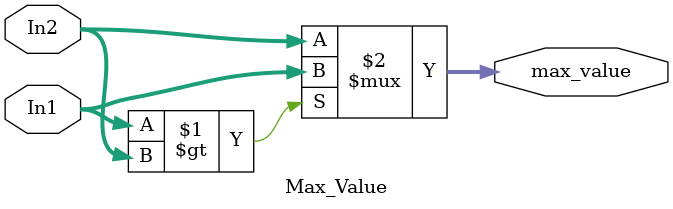
<source format=v>
/*
Muc dich: tim so lon nhat trong 2 so
*/
module Max_Value #(parameter data_width = 32)(max_value, In1, In2);
	input [data_width - 1:0] In1, In2;
	output[data_width - 1:0] max_value;

	assign max_value = (In1 > In2) ? In1 : In2;
endmodule

</source>
